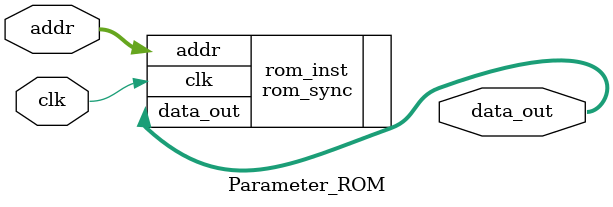
<source format=v>
`timescale 1ns / 1ps

module Parameter_ROM #(
    parameter DATA_WIDTH = 8,
    parameter ADDR_WIDTH = 10,
    parameter MEM_FILE   = ""
)(
    input  wire                  clk,
    input  wire [ADDR_WIDTH-1:0] addr,
    output wire signed [DATA_WIDTH-1:0] data_out
);

    rom_sync #(
        .DATA_WIDTH ( DATA_WIDTH ),
        .ADDR_WIDTH ( ADDR_WIDTH ),
        .MEM_FILE   ( MEM_FILE   )
    ) rom_inst (
        .clk        ( clk      ),
        .addr       ( addr     ),
        .data_out   ( data_out )
    );

endmodule
</source>
